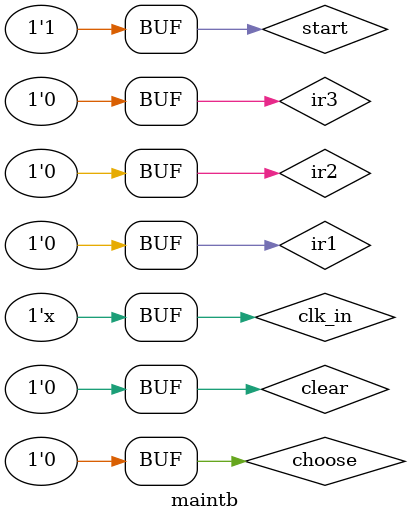
<source format=v>
`timescale 1ns / 1ps


module maintb();

	reg clk_in, clear, start;
	reg choose, ir1, ir2, ir3;
    wire [7:0] an, low;
    wire clkout;
    wire led1, led2, led3;
    wire [1:0] ir_no;
    wire Bon;
    wire [31:0] cp0_epc;
    wire epc_W;
    wire [31:0] IR_IF;

        
	main test(clk_in, clear, start, choose, ir1, ir2, ir3,
        an, low, clkout, led1, led2, led3,
        ir_no,cp0_epc,epc_W,IR_IF,
        Bon
        );
    

    initial begin
    	clk_in = 0;
    	clear = 0;
    	start = 0;
    	ir1 = 0;
    	ir2 =0;
    	ir3 = 0;
    	choose = 0;
    	 #5 clear = 1;
    	 #5 clear = 0;
    	#5 start = 1;
    	#50 ir1 = 1;
        #5 ir1 = 0;
    	
    end
    always #1 clk_in = ~clk_in;
endmodule

</source>
